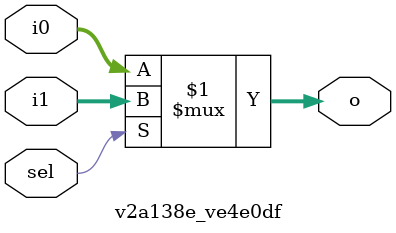
<source format=v>

`default_nettype none

module main (
 input vclk,
 output v0658ae,
 output [0:6] vinit
);
 wire w0;
 wire w1;
 wire w2;
 wire w3;
 assign v0658ae = w1;
 assign w3 = vclk;
 vfebcfe v8f07dd (
  .v9fb85f(w0)
 );
 vba518e v9fb9ec (
  .v0e28cb(w0),
  .vcbab45(w1),
  .v3ca442(w2)
 );
 v19a07f vb4c970 (
  .v945519(w2),
  .v4542ee(w3)
 );
 assign vinit = 7'b0000000;
endmodule

//---------------------------------------------------
//-- Led on
//-- - - - - - - - - - - - - - - - - - - - - - - - --
//-- 
//---------------------------------------------------
//---- Top entity
module vfebcfe (
 output v9fb85f
);
 wire w0;
 assign v9fb85f = w0;
 vfebcfe_vb2eccd vb2eccd (
  .q(w0)
 );
endmodule

//---------------------------------------------------
//-- bit-1
//-- - - - - - - - - - - - - - - - - - - - - - - - --
//-- Constant bit 1
//---------------------------------------------------

module vfebcfe_vb2eccd (
 output q
);
 //-- Constant bit-1
 assign q = 1'b1;
 
 
endmodule
//---- Top entity
module vba518e (
 input v0e28cb,
 input v3ca442,
 output vcbab45
);
 wire w0;
 wire w1;
 wire w2;
 assign w0 = v0e28cb;
 assign w1 = v3ca442;
 assign vcbab45 = w2;
 vba518e_vf4938a vf4938a (
  .a(w0),
  .b(w1),
  .c(w2)
 );
endmodule

//---------------------------------------------------
//-- AND2
//-- - - - - - - - - - - - - - - - - - - - - - - - --
//-- Two bits input And gate
//---------------------------------------------------

module vba518e_vf4938a (
 input a,
 input b,
 output c
);
 //-- AND gate
 //-- Verilog implementation
 
 assign c = a & b;
 
endmodule
//---- Top entity
module v19a07f (
 input v4542ee,
 output v945519
);
 wire w0;
 wire w1;
 wire w2;
 wire w3;
 assign v945519 = w0;
 assign w1 = v4542ee;
 assign w3 = v4542ee;
 assign w3 = w1;
 vce194f v042045 (
  .v81c666(w0),
  .vbc5f1e(w1),
  .v4b9fb0(w2)
 );
 v4ad9ed veb069a (
  .v2545d6(w2),
  .vc331d9(w3)
 );
endmodule

//---------------------------------------------------
//-- Corazon
//-- - - - - - - - - - - - - - - - - - - - - - - - --
//-- Generacion de una señal cuadrada de 1Hz (1 pulso/segundo)
//---------------------------------------------------
//---- Top entity
module vce194f (
 input vbc5f1e,
 input v4b9fb0,
 output v81c666
);
 wire w0;
 wire w1;
 wire w2;
 assign w0 = v4b9fb0;
 assign v81c666 = w1;
 assign w2 = vbc5f1e;
 vce194f_vc72c4d vc72c4d (
  .t(w0),
  .q(w1),
  .clk(w2)
 );
endmodule

//---------------------------------------------------
//-- Biestable T
//-- - - - - - - - - - - - - - - - - - - - - - - - --
//-- Biestable tipo T
//---------------------------------------------------

module vce194f_vc72c4d (
 input clk,
 input t,
 output q
);
 reg q = 0;
 
 always @(posedge clk)
   if (t)
     q <= ~q;
     
     
endmodule
//---- Top entity
module v4ad9ed (
 input vc331d9,
 output v2545d6
);
 wire [0:22] w0;
 wire w1;
 wire [0:22] w2;
 wire w3;
 wire w4;
 assign v2545d6 = w1;
 assign w3 = vc331d9;
 assign w4 = w1;
 v07a9df v91f0c0 (
  .vddca7d(w0),
  .v2027b7(w1),
  .v2c7e2b(w2)
 );
 vaca928 v372c39 (
  .vcd68b6(w0)
 );
 v6b0e27 vc85945 (
  .vda621c(w2),
  .v9e2649(w3),
  .v07cd4d(w4)
 );
endmodule

//---------------------------------------------------
//-- Corazon_2Hz
//-- - - - - - - - - - - - - - - - - - - - - - - - --
//-- Generacion de pulsos a una frecuencia de 2Hz. El ancho del pulso es el del reloj del sistema
//---------------------------------------------------
//---- Top entity
module v07a9df (
 input [22:0] v2c7e2b,
 input [22:0] vddca7d,
 output v2027b7
);
 wire w0;
 wire [0:22] w1;
 wire [0:22] w2;
 assign v2027b7 = w0;
 assign w1 = v2c7e2b;
 assign w2 = vddca7d;
 v07a9df_v8a4e43 v8a4e43 (
  .eq(w0),
  .a(w1),
  .b(w2)
 );
endmodule

//---------------------------------------------------
//-- Comparador-8bits
//-- - - - - - - - - - - - - - - - - - - - - - - - --
//-- Comparador de 8 bits
//---------------------------------------------------

module v07a9df_v8a4e43 (
 input [22:0] a,
 input [22:0] b,
 output eq
);
 
 assign eq = (a == b);
endmodule
//---- Top entity
module vaca928 (
 output [22:0] vcd68b6
);
 wire [0:22] w0;
 assign vcd68b6 = w0;
 vaca928_v8c0a46 v8c0a46 (
  .o(w0)
 );
endmodule

//---------------------------------------------------
//-- AA_8bits
//-- - - - - - - - - - - - - - - - - - - - - - - - --
//-- Valor constante 0xAA para bus de 8 bits
//---------------------------------------------------

module vaca928_v8c0a46 (
 output [22:0] o
);
 localparam M = 6000000;
 
 assign o = M-1;
endmodule
//---- Top entity
module v6b0e27 (
 input v9e2649,
 input v07cd4d,
 output [22:0] vda621c
);
 wire [0:22] w0;
 wire [0:22] w1;
 wire [0:22] w2;
 wire [0:22] w3;
 wire w4;
 wire w5;
 wire [0:22] w6;
 assign w4 = v9e2649;
 assign w5 = v07cd4d;
 assign vda621c = w6;
 assign w6 = w0;
 v8adc3f v0471c9 (
  .v0ac853(w0),
  .vba84cb(w1),
  .va31c0f(w4)
 );
 vbfd6d4 v95cbc1 (
  .va30991(w0),
  .v9ec4e7(w3)
 );
 v620afb v588a4e (
  .vb821ae(w2)
 );
 v2a138e v1f5ab0 (
  .v5ecf5f(w1),
  .v5c9fa2(w2),
  .v0142e9(w3),
  .v50d6c6(w5)
 );
endmodule

//---------------------------------------------------
//-- Contador-23
//-- - - - - - - - - - - - - - - - - - - - - - - - --
//-- Contador ascendente de 23bits, con reset síncrono
//---------------------------------------------------
//---- Top entity
module v8adc3f (
 input va31c0f,
 input [22:0] vba84cb,
 output [22:0] v0ac853
);
 wire w0;
 wire [0:22] w1;
 wire [0:22] w2;
 assign w0 = va31c0f;
 assign v0ac853 = w1;
 assign w2 = vba84cb;
 v8adc3f_va6d58d va6d58d (
  .clk(w0),
  .do(w1),
  .di(w2)
 );
endmodule

//---------------------------------------------------
//-- Reg23
//-- - - - - - - - - - - - - - - - - - - - - - - - --
//-- Registro de 23 bits, inicializado a 0
//---------------------------------------------------

module v8adc3f_va6d58d (
 input clk,
 input [22:0] di,
 output [22:0] do
);
 reg [22:0] do = 23'h0;
 
 always @(posedge clk)
     do <= di;
endmodule
//---- Top entity
module vbfd6d4 (
 input [22:0] va30991,
 output [22:0] v9ec4e7
);
 wire [0:22] w0;
 wire [0:22] w1;
 assign w0 = va30991;
 assign v9ec4e7 = w1;
 vbfd6d4_va480e1 va480e1 (
  .i(w0),
  .o(w1)
 );
endmodule

//---------------------------------------------------
//-- Sum-2-5bits
//-- - - - - - - - - - - - - - - - - - - - - - - - --
//-- Sumar 2 al bus de 5 bits
//---------------------------------------------------

module vbfd6d4_va480e1 (
 input [22:0] i,
 output [22:0] o
);
 
 assign o = i + 1;
endmodule
//---- Top entity
module v620afb #(
 parameter vfffc23 = 23'h0
) (
 output [22:0] vb821ae
);
 localparam p0 = vfffc23;
 wire [0:22] w1;
 assign vb821ae = w1;
 v4d00d2 #(
  .vc5c8ea(p0)
 ) vb05b2d (
  .vcd68b6(w1)
 );
endmodule

//---------------------------------------------------
//-- AA_8bits
//-- - - - - - - - - - - - - - - - - - - - - - - - --
//-- Valor constante 0xAA para bus de 8 bits
//---------------------------------------------------
//---- Top entity
module v4d00d2 #(
 parameter vc5c8ea = 23'h0
) (
 output [22:0] vcd68b6
);
 localparam p0 = vc5c8ea;
 wire [0:22] w1;
 assign vcd68b6 = w1;
 v4d00d2_v465065 #(
  .V(p0)
 ) v465065 (
  .k(w1)
 );
endmodule

//---------------------------------------------------
//-- AA_8bits
//-- - - - - - - - - - - - - - - - - - - - - - - - --
//-- Valor constante 0xAA para bus de 8 bits
//---------------------------------------------------

module v4d00d2_v465065 #(
 parameter V = 0
) (
 output [22:0] k
);
 assign k = V;
endmodule
//---- Top entity
module v2a138e (
 input [22:0] v0142e9,
 input [22:0] v5c9fa2,
 input v50d6c6,
 output [22:0] v5ecf5f
);
 wire w0;
 wire [0:22] w1;
 wire [0:22] w2;
 wire [0:22] w3;
 assign w0 = v50d6c6;
 assign w1 = v0142e9;
 assign w2 = v5c9fa2;
 assign v5ecf5f = w3;
 v2a138e_ve4e0df ve4e0df (
  .sel(w0),
  .i0(w1),
  .i1(w2),
  .o(w3)
 );
endmodule

//---------------------------------------------------
//-- Mux 2 a 1 (8bits)
//-- - - - - - - - - - - - - - - - - - - - - - - - --
//-- Multiplexor de 2 a 1 de buses de 8 bits
//---------------------------------------------------

module v2a138e_ve4e0df (
 input [22:0] i0,
 input [22:0] i1,
 input sel,
 output [22:0] o
);
 assign o = (sel) ? i1 : i0;
 
endmodule

</source>
